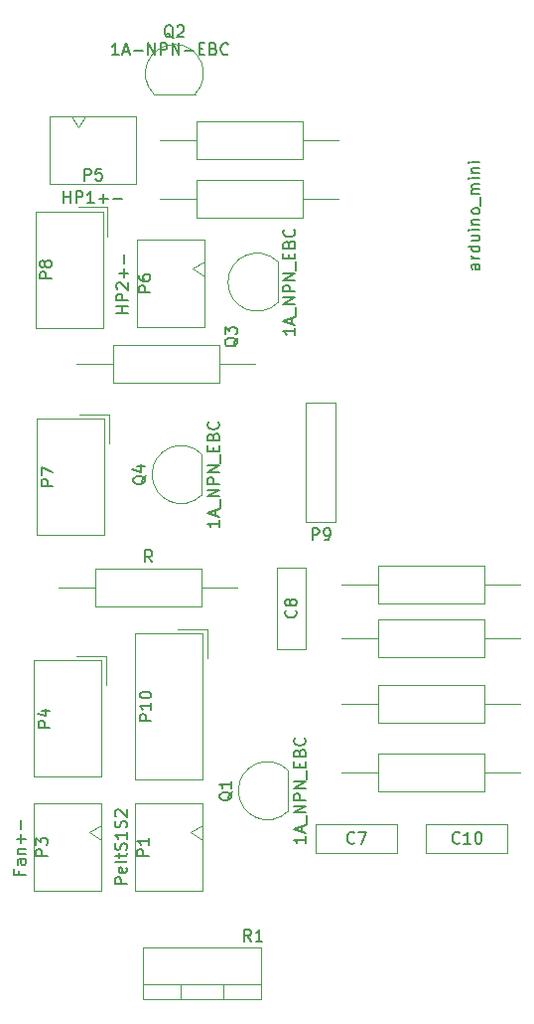
<source format=gbr>
%TF.GenerationSoftware,KiCad,Pcbnew,5.1.7-a382d34a8~88~ubuntu20.04.1*%
%TF.CreationDate,2020-11-25T22:11:35+00:00*%
%TF.ProjectId,flypi,666c7970-692e-46b6-9963-61645f706362,rev?*%
%TF.SameCoordinates,Original*%
%TF.FileFunction,Other,Fab,Top*%
%FSLAX46Y46*%
G04 Gerber Fmt 4.6, Leading zero omitted, Abs format (unit mm)*
G04 Created by KiCad (PCBNEW 5.1.7-a382d34a8~88~ubuntu20.04.1) date 2020-11-25 22:11:35*
%MOMM*%
%LPD*%
G01*
G04 APERTURE LIST*
%ADD10C,0.100000*%
%ADD11C,0.150000*%
G04 APERTURE END LIST*
D10*
%TO.C,Q2*%
X115800000Y-56750000D02*
X119300000Y-56750000D01*
X119293625Y-56753625D02*
G75*
G03*
X117540000Y-52520000I-1753625J1753625D01*
G01*
X115786375Y-56753625D02*
G75*
G02*
X117540000Y-52520000I1753625J1753625D01*
G01*
%TO.C,R1*%
X118038000Y-133818000D02*
X118038000Y-132548000D01*
X121738000Y-133818000D02*
X121738000Y-132548000D01*
X124888000Y-132548000D02*
X114888000Y-132548000D01*
X114888000Y-133818000D02*
X124888000Y-133818000D01*
X114888000Y-129418000D02*
X114888000Y-133818000D01*
X124888000Y-129418000D02*
X114888000Y-129418000D01*
X124888000Y-133818000D02*
X124888000Y-129418000D01*
%TO.C,Q3*%
X126337000Y-74511000D02*
X126337000Y-71011000D01*
X126340625Y-71017375D02*
G75*
G03*
X122107000Y-72771000I-1753625J-1753625D01*
G01*
X126340625Y-74524625D02*
G75*
G02*
X122107000Y-72771000I-1753625J1753625D01*
G01*
%TO.C,Q1*%
X127226000Y-117818000D02*
X127226000Y-114318000D01*
X127229625Y-114324375D02*
G75*
G03*
X122996000Y-116078000I-1753625J-1753625D01*
G01*
X127229625Y-117831625D02*
G75*
G02*
X122996000Y-116078000I-1753625J1753625D01*
G01*
%TO.C,Q4*%
X119860000Y-90894000D02*
X119860000Y-87394000D01*
X119863625Y-87400375D02*
G75*
G03*
X115630000Y-89154000I-1753625J-1753625D01*
G01*
X119863625Y-90907625D02*
G75*
G02*
X115630000Y-89154000I-1753625J1753625D01*
G01*
%TO.C,P9*%
X128778000Y-93218000D02*
X131318000Y-93218000D01*
X128778000Y-83058000D02*
X128778000Y-93218000D01*
X131318000Y-83058000D02*
X128778000Y-83058000D01*
X131318000Y-93218000D02*
X131318000Y-83058000D01*
%TO.C,R7*%
X147066000Y-98552000D02*
X143946000Y-98552000D01*
X131826000Y-98552000D02*
X134946000Y-98552000D01*
X143946000Y-96952000D02*
X134946000Y-96952000D01*
X143946000Y-100152000D02*
X143946000Y-96952000D01*
X134946000Y-100152000D02*
X143946000Y-100152000D01*
X134946000Y-96952000D02*
X134946000Y-100152000D01*
%TO.C,R8*%
X147066000Y-103124000D02*
X143946000Y-103124000D01*
X131826000Y-103124000D02*
X134946000Y-103124000D01*
X143946000Y-101524000D02*
X134946000Y-101524000D01*
X143946000Y-104724000D02*
X143946000Y-101524000D01*
X134946000Y-104724000D02*
X143946000Y-104724000D01*
X134946000Y-101524000D02*
X134946000Y-104724000D01*
%TO.C,R9*%
X147066000Y-108712000D02*
X143946000Y-108712000D01*
X131826000Y-108712000D02*
X134946000Y-108712000D01*
X143946000Y-107112000D02*
X134946000Y-107112000D01*
X143946000Y-110312000D02*
X143946000Y-107112000D01*
X134946000Y-110312000D02*
X143946000Y-110312000D01*
X134946000Y-107112000D02*
X134946000Y-110312000D01*
%TO.C,R3*%
X147066000Y-114554000D02*
X143946000Y-114554000D01*
X131826000Y-114554000D02*
X134946000Y-114554000D01*
X143946000Y-112954000D02*
X134946000Y-112954000D01*
X143946000Y-116154000D02*
X143946000Y-112954000D01*
X134946000Y-116154000D02*
X143946000Y-116154000D01*
X134946000Y-112954000D02*
X134946000Y-116154000D01*
%TO.C,R5*%
X124460000Y-79756000D02*
X121340000Y-79756000D01*
X109220000Y-79756000D02*
X112340000Y-79756000D01*
X121340000Y-78156000D02*
X112340000Y-78156000D01*
X121340000Y-81356000D02*
X121340000Y-78156000D01*
X112340000Y-81356000D02*
X121340000Y-81356000D01*
X112340000Y-78156000D02*
X112340000Y-81356000D01*
%TO.C,1k1*%
X107696000Y-98806000D02*
X110816000Y-98806000D01*
X122936000Y-98806000D02*
X119816000Y-98806000D01*
X110816000Y-100406000D02*
X119816000Y-100406000D01*
X110816000Y-97206000D02*
X110816000Y-100406000D01*
X119816000Y-97206000D02*
X110816000Y-97206000D01*
X119816000Y-100406000D02*
X119816000Y-97206000D01*
%TO.C,R4*%
X131572000Y-65659000D02*
X128452000Y-65659000D01*
X116332000Y-65659000D02*
X119452000Y-65659000D01*
X128452000Y-64059000D02*
X119452000Y-64059000D01*
X128452000Y-67259000D02*
X128452000Y-64059000D01*
X119452000Y-67259000D02*
X128452000Y-67259000D01*
X119452000Y-64059000D02*
X119452000Y-67259000D01*
%TO.C,R2*%
X131572000Y-60706000D02*
X128452000Y-60706000D01*
X116332000Y-60706000D02*
X119452000Y-60706000D01*
X128452000Y-59106000D02*
X119452000Y-59106000D01*
X128452000Y-62306000D02*
X128452000Y-59106000D01*
X119452000Y-62306000D02*
X128452000Y-62306000D01*
X119452000Y-59106000D02*
X119452000Y-62306000D01*
%TO.C,C7*%
X136556000Y-118892000D02*
X129556000Y-118892000D01*
X136556000Y-121392000D02*
X136556000Y-118892000D01*
X129556000Y-121392000D02*
X136556000Y-121392000D01*
X129556000Y-118892000D02*
X129556000Y-121392000D01*
%TO.C,C10*%
X145954000Y-118892000D02*
X138954000Y-118892000D01*
X145954000Y-121392000D02*
X145954000Y-118892000D01*
X138954000Y-121392000D02*
X145954000Y-121392000D01*
X138954000Y-118892000D02*
X138954000Y-121392000D01*
%TO.C,P4*%
X111716000Y-104592000D02*
X109216000Y-104592000D01*
X111716000Y-107092000D02*
X111716000Y-104592000D01*
X111316000Y-114892000D02*
X111316000Y-104992000D01*
X105566000Y-114892000D02*
X111316000Y-114892000D01*
X105566000Y-104992000D02*
X105566000Y-114892000D01*
X111316000Y-104992000D02*
X105566000Y-104992000D01*
%TO.C,C8*%
X128758000Y-104044000D02*
X128758000Y-97044000D01*
X126258000Y-104044000D02*
X128758000Y-104044000D01*
X126258000Y-97044000D02*
X126258000Y-104044000D01*
X128758000Y-97044000D02*
X126258000Y-97044000D01*
%TO.C,P10*%
X120352000Y-102306000D02*
X117852000Y-102306000D01*
X120352000Y-104806000D02*
X120352000Y-102306000D01*
X119952000Y-115106000D02*
X119952000Y-102706000D01*
X114202000Y-115106000D02*
X119952000Y-115106000D01*
X114202000Y-102706000D02*
X114202000Y-115106000D01*
X119952000Y-102706000D02*
X114202000Y-102706000D01*
%TO.C,P8*%
X111843000Y-66365000D02*
X109343000Y-66365000D01*
X111843000Y-68865000D02*
X111843000Y-66365000D01*
X111443000Y-76665000D02*
X111443000Y-66765000D01*
X105693000Y-76665000D02*
X111443000Y-76665000D01*
X105693000Y-66765000D02*
X105693000Y-76665000D01*
X111443000Y-66765000D02*
X105693000Y-66765000D01*
%TO.C,P7*%
X111970000Y-84018000D02*
X109470000Y-84018000D01*
X111970000Y-86518000D02*
X111970000Y-84018000D01*
X111570000Y-94318000D02*
X111570000Y-84418000D01*
X105820000Y-94318000D02*
X111570000Y-94318000D01*
X105820000Y-84418000D02*
X105820000Y-94318000D01*
X111570000Y-84418000D02*
X105820000Y-84418000D01*
%TO.C,P1*%
X118952000Y-119634000D02*
X119952000Y-120259000D01*
X119952000Y-119009000D02*
X118952000Y-119634000D01*
X119952000Y-124584000D02*
X119952000Y-117184000D01*
X114202000Y-124584000D02*
X119952000Y-124584000D01*
X114202000Y-117184000D02*
X114202000Y-124584000D01*
X119952000Y-117184000D02*
X114202000Y-117184000D01*
%TO.C,P3*%
X111316000Y-117184000D02*
X105566000Y-117184000D01*
X105566000Y-117184000D02*
X105566000Y-124584000D01*
X105566000Y-124584000D02*
X111316000Y-124584000D01*
X111316000Y-124584000D02*
X111316000Y-117184000D01*
X111316000Y-119009000D02*
X110316000Y-119634000D01*
X110316000Y-119634000D02*
X111316000Y-120259000D01*
%TO.C,P5*%
X106897000Y-58610000D02*
X106897000Y-64360000D01*
X106897000Y-64360000D02*
X114297000Y-64360000D01*
X114297000Y-64360000D02*
X114297000Y-58610000D01*
X114297000Y-58610000D02*
X106897000Y-58610000D01*
X108722000Y-58610000D02*
X109347000Y-59610000D01*
X109347000Y-59610000D02*
X109972000Y-58610000D01*
%TO.C,P6*%
X119079000Y-71628000D02*
X120079000Y-72253000D01*
X120079000Y-71003000D02*
X119079000Y-71628000D01*
X120079000Y-76578000D02*
X120079000Y-69178000D01*
X114329000Y-76578000D02*
X120079000Y-76578000D01*
X114329000Y-69178000D02*
X114329000Y-76578000D01*
X120079000Y-69178000D02*
X114329000Y-69178000D01*
%TD*%
%TO.C, *%
D11*
%TO.C,Q2*%
X112778047Y-53420380D02*
X112206619Y-53420380D01*
X112492333Y-53420380D02*
X112492333Y-52420380D01*
X112397095Y-52563238D01*
X112301857Y-52658476D01*
X112206619Y-52706095D01*
X113159000Y-53134666D02*
X113635190Y-53134666D01*
X113063761Y-53420380D02*
X113397095Y-52420380D01*
X113730428Y-53420380D01*
X114063761Y-53039428D02*
X114825666Y-53039428D01*
X115301857Y-53420380D02*
X115301857Y-52420380D01*
X115873285Y-53420380D01*
X115873285Y-52420380D01*
X116349476Y-53420380D02*
X116349476Y-52420380D01*
X116730428Y-52420380D01*
X116825666Y-52468000D01*
X116873285Y-52515619D01*
X116920904Y-52610857D01*
X116920904Y-52753714D01*
X116873285Y-52848952D01*
X116825666Y-52896571D01*
X116730428Y-52944190D01*
X116349476Y-52944190D01*
X117349476Y-53420380D02*
X117349476Y-52420380D01*
X117920904Y-53420380D01*
X117920904Y-52420380D01*
X118397095Y-53039428D02*
X119159000Y-53039428D01*
X119635190Y-52896571D02*
X119968523Y-52896571D01*
X120111380Y-53420380D02*
X119635190Y-53420380D01*
X119635190Y-52420380D01*
X120111380Y-52420380D01*
X120873285Y-52896571D02*
X121016142Y-52944190D01*
X121063761Y-52991809D01*
X121111380Y-53087047D01*
X121111380Y-53229904D01*
X121063761Y-53325142D01*
X121016142Y-53372761D01*
X120920904Y-53420380D01*
X120539952Y-53420380D01*
X120539952Y-52420380D01*
X120873285Y-52420380D01*
X120968523Y-52468000D01*
X121016142Y-52515619D01*
X121063761Y-52610857D01*
X121063761Y-52706095D01*
X121016142Y-52801333D01*
X120968523Y-52848952D01*
X120873285Y-52896571D01*
X120539952Y-52896571D01*
X122111380Y-53325142D02*
X122063761Y-53372761D01*
X121920904Y-53420380D01*
X121825666Y-53420380D01*
X121682809Y-53372761D01*
X121587571Y-53277523D01*
X121539952Y-53182285D01*
X121492333Y-52991809D01*
X121492333Y-52848952D01*
X121539952Y-52658476D01*
X121587571Y-52563238D01*
X121682809Y-52468000D01*
X121825666Y-52420380D01*
X121920904Y-52420380D01*
X122063761Y-52468000D01*
X122111380Y-52515619D01*
X117444761Y-51987619D02*
X117349523Y-51940000D01*
X117254285Y-51844761D01*
X117111428Y-51701904D01*
X117016190Y-51654285D01*
X116920952Y-51654285D01*
X116968571Y-51892380D02*
X116873333Y-51844761D01*
X116778095Y-51749523D01*
X116730476Y-51559047D01*
X116730476Y-51225714D01*
X116778095Y-51035238D01*
X116873333Y-50940000D01*
X116968571Y-50892380D01*
X117159047Y-50892380D01*
X117254285Y-50940000D01*
X117349523Y-51035238D01*
X117397142Y-51225714D01*
X117397142Y-51559047D01*
X117349523Y-51749523D01*
X117254285Y-51844761D01*
X117159047Y-51892380D01*
X116968571Y-51892380D01*
X117778095Y-50987619D02*
X117825714Y-50940000D01*
X117920952Y-50892380D01*
X118159047Y-50892380D01*
X118254285Y-50940000D01*
X118301904Y-50987619D01*
X118349523Y-51082857D01*
X118349523Y-51178095D01*
X118301904Y-51320952D01*
X117730476Y-51892380D01*
X118349523Y-51892380D01*
%TO.C,U5*%
X143580380Y-71221047D02*
X143056571Y-71221047D01*
X142961333Y-71268666D01*
X142913714Y-71363904D01*
X142913714Y-71554380D01*
X142961333Y-71649619D01*
X143532761Y-71221047D02*
X143580380Y-71316285D01*
X143580380Y-71554380D01*
X143532761Y-71649619D01*
X143437523Y-71697238D01*
X143342285Y-71697238D01*
X143247047Y-71649619D01*
X143199428Y-71554380D01*
X143199428Y-71316285D01*
X143151809Y-71221047D01*
X143580380Y-70744857D02*
X142913714Y-70744857D01*
X143104190Y-70744857D02*
X143008952Y-70697238D01*
X142961333Y-70649619D01*
X142913714Y-70554380D01*
X142913714Y-70459142D01*
X143580380Y-69697238D02*
X142580380Y-69697238D01*
X143532761Y-69697238D02*
X143580380Y-69792476D01*
X143580380Y-69982952D01*
X143532761Y-70078190D01*
X143485142Y-70125809D01*
X143389904Y-70173428D01*
X143104190Y-70173428D01*
X143008952Y-70125809D01*
X142961333Y-70078190D01*
X142913714Y-69982952D01*
X142913714Y-69792476D01*
X142961333Y-69697238D01*
X142913714Y-68792476D02*
X143580380Y-68792476D01*
X142913714Y-69221047D02*
X143437523Y-69221047D01*
X143532761Y-69173428D01*
X143580380Y-69078190D01*
X143580380Y-68935333D01*
X143532761Y-68840095D01*
X143485142Y-68792476D01*
X143580380Y-68316285D02*
X142913714Y-68316285D01*
X142580380Y-68316285D02*
X142628000Y-68363904D01*
X142675619Y-68316285D01*
X142628000Y-68268666D01*
X142580380Y-68316285D01*
X142675619Y-68316285D01*
X142913714Y-67840095D02*
X143580380Y-67840095D01*
X143008952Y-67840095D02*
X142961333Y-67792476D01*
X142913714Y-67697238D01*
X142913714Y-67554380D01*
X142961333Y-67459142D01*
X143056571Y-67411523D01*
X143580380Y-67411523D01*
X143580380Y-66792476D02*
X143532761Y-66887714D01*
X143485142Y-66935333D01*
X143389904Y-66982952D01*
X143104190Y-66982952D01*
X143008952Y-66935333D01*
X142961333Y-66887714D01*
X142913714Y-66792476D01*
X142913714Y-66649619D01*
X142961333Y-66554380D01*
X143008952Y-66506761D01*
X143104190Y-66459142D01*
X143389904Y-66459142D01*
X143485142Y-66506761D01*
X143532761Y-66554380D01*
X143580380Y-66649619D01*
X143580380Y-66792476D01*
X143675619Y-66268666D02*
X143675619Y-65506761D01*
X143580380Y-65268666D02*
X142913714Y-65268666D01*
X143008952Y-65268666D02*
X142961333Y-65221047D01*
X142913714Y-65125809D01*
X142913714Y-64982952D01*
X142961333Y-64887714D01*
X143056571Y-64840095D01*
X143580380Y-64840095D01*
X143056571Y-64840095D02*
X142961333Y-64792476D01*
X142913714Y-64697238D01*
X142913714Y-64554380D01*
X142961333Y-64459142D01*
X143056571Y-64411523D01*
X143580380Y-64411523D01*
X143580380Y-63935333D02*
X142913714Y-63935333D01*
X142580380Y-63935333D02*
X142628000Y-63982952D01*
X142675619Y-63935333D01*
X142628000Y-63887714D01*
X142580380Y-63935333D01*
X142675619Y-63935333D01*
X142913714Y-63459142D02*
X143580380Y-63459142D01*
X143008952Y-63459142D02*
X142961333Y-63411523D01*
X142913714Y-63316285D01*
X142913714Y-63173428D01*
X142961333Y-63078190D01*
X143056571Y-63030571D01*
X143580380Y-63030571D01*
X143580380Y-62554380D02*
X142913714Y-62554380D01*
X142580380Y-62554380D02*
X142628000Y-62602000D01*
X142675619Y-62554380D01*
X142628000Y-62506761D01*
X142580380Y-62554380D01*
X142675619Y-62554380D01*
%TO.C,R1*%
X124083333Y-128902380D02*
X123750000Y-128426190D01*
X123511904Y-128902380D02*
X123511904Y-127902380D01*
X123892857Y-127902380D01*
X123988095Y-127950000D01*
X124035714Y-127997619D01*
X124083333Y-128092857D01*
X124083333Y-128235714D01*
X124035714Y-128330952D01*
X123988095Y-128378571D01*
X123892857Y-128426190D01*
X123511904Y-128426190D01*
X125035714Y-128902380D02*
X124464285Y-128902380D01*
X124750000Y-128902380D02*
X124750000Y-127902380D01*
X124654761Y-128045238D01*
X124559523Y-128140476D01*
X124464285Y-128188095D01*
%TO.C,Q3*%
X127829380Y-76675761D02*
X127829380Y-77247190D01*
X127829380Y-76961476D02*
X126829380Y-76961476D01*
X126972238Y-77056714D01*
X127067476Y-77151952D01*
X127115095Y-77247190D01*
X127543666Y-76294809D02*
X127543666Y-75818619D01*
X127829380Y-76390047D02*
X126829380Y-76056714D01*
X127829380Y-75723380D01*
X127924619Y-75628142D02*
X127924619Y-74866238D01*
X127829380Y-74628142D02*
X126829380Y-74628142D01*
X127829380Y-74056714D01*
X126829380Y-74056714D01*
X127829380Y-73580523D02*
X126829380Y-73580523D01*
X126829380Y-73199571D01*
X126877000Y-73104333D01*
X126924619Y-73056714D01*
X127019857Y-73009095D01*
X127162714Y-73009095D01*
X127257952Y-73056714D01*
X127305571Y-73104333D01*
X127353190Y-73199571D01*
X127353190Y-73580523D01*
X127829380Y-72580523D02*
X126829380Y-72580523D01*
X127829380Y-72009095D01*
X126829380Y-72009095D01*
X127924619Y-71771000D02*
X127924619Y-71009095D01*
X127305571Y-70771000D02*
X127305571Y-70437666D01*
X127829380Y-70294809D02*
X127829380Y-70771000D01*
X126829380Y-70771000D01*
X126829380Y-70294809D01*
X127305571Y-69532904D02*
X127353190Y-69390047D01*
X127400809Y-69342428D01*
X127496047Y-69294809D01*
X127638904Y-69294809D01*
X127734142Y-69342428D01*
X127781761Y-69390047D01*
X127829380Y-69485285D01*
X127829380Y-69866238D01*
X126829380Y-69866238D01*
X126829380Y-69532904D01*
X126877000Y-69437666D01*
X126924619Y-69390047D01*
X127019857Y-69342428D01*
X127115095Y-69342428D01*
X127210333Y-69390047D01*
X127257952Y-69437666D01*
X127305571Y-69532904D01*
X127305571Y-69866238D01*
X127734142Y-68294809D02*
X127781761Y-68342428D01*
X127829380Y-68485285D01*
X127829380Y-68580523D01*
X127781761Y-68723380D01*
X127686523Y-68818619D01*
X127591285Y-68866238D01*
X127400809Y-68913857D01*
X127257952Y-68913857D01*
X127067476Y-68866238D01*
X126972238Y-68818619D01*
X126877000Y-68723380D01*
X126829380Y-68580523D01*
X126829380Y-68485285D01*
X126877000Y-68342428D01*
X126924619Y-68294809D01*
X122947619Y-77495238D02*
X122900000Y-77590476D01*
X122804761Y-77685714D01*
X122661904Y-77828571D01*
X122614285Y-77923809D01*
X122614285Y-78019047D01*
X122852380Y-77971428D02*
X122804761Y-78066666D01*
X122709523Y-78161904D01*
X122519047Y-78209523D01*
X122185714Y-78209523D01*
X121995238Y-78161904D01*
X121900000Y-78066666D01*
X121852380Y-77971428D01*
X121852380Y-77780952D01*
X121900000Y-77685714D01*
X121995238Y-77590476D01*
X122185714Y-77542857D01*
X122519047Y-77542857D01*
X122709523Y-77590476D01*
X122804761Y-77685714D01*
X122852380Y-77780952D01*
X122852380Y-77971428D01*
X121852380Y-77209523D02*
X121852380Y-76590476D01*
X122233333Y-76923809D01*
X122233333Y-76780952D01*
X122280952Y-76685714D01*
X122328571Y-76638095D01*
X122423809Y-76590476D01*
X122661904Y-76590476D01*
X122757142Y-76638095D01*
X122804761Y-76685714D01*
X122852380Y-76780952D01*
X122852380Y-77066666D01*
X122804761Y-77161904D01*
X122757142Y-77209523D01*
%TO.C,Q1*%
X128718380Y-119982761D02*
X128718380Y-120554190D01*
X128718380Y-120268476D02*
X127718380Y-120268476D01*
X127861238Y-120363714D01*
X127956476Y-120458952D01*
X128004095Y-120554190D01*
X128432666Y-119601809D02*
X128432666Y-119125619D01*
X128718380Y-119697047D02*
X127718380Y-119363714D01*
X128718380Y-119030380D01*
X128813619Y-118935142D02*
X128813619Y-118173238D01*
X128718380Y-117935142D02*
X127718380Y-117935142D01*
X128718380Y-117363714D01*
X127718380Y-117363714D01*
X128718380Y-116887523D02*
X127718380Y-116887523D01*
X127718380Y-116506571D01*
X127766000Y-116411333D01*
X127813619Y-116363714D01*
X127908857Y-116316095D01*
X128051714Y-116316095D01*
X128146952Y-116363714D01*
X128194571Y-116411333D01*
X128242190Y-116506571D01*
X128242190Y-116887523D01*
X128718380Y-115887523D02*
X127718380Y-115887523D01*
X128718380Y-115316095D01*
X127718380Y-115316095D01*
X128813619Y-115078000D02*
X128813619Y-114316095D01*
X128194571Y-114078000D02*
X128194571Y-113744666D01*
X128718380Y-113601809D02*
X128718380Y-114078000D01*
X127718380Y-114078000D01*
X127718380Y-113601809D01*
X128194571Y-112839904D02*
X128242190Y-112697047D01*
X128289809Y-112649428D01*
X128385047Y-112601809D01*
X128527904Y-112601809D01*
X128623142Y-112649428D01*
X128670761Y-112697047D01*
X128718380Y-112792285D01*
X128718380Y-113173238D01*
X127718380Y-113173238D01*
X127718380Y-112839904D01*
X127766000Y-112744666D01*
X127813619Y-112697047D01*
X127908857Y-112649428D01*
X128004095Y-112649428D01*
X128099333Y-112697047D01*
X128146952Y-112744666D01*
X128194571Y-112839904D01*
X128194571Y-113173238D01*
X128623142Y-111601809D02*
X128670761Y-111649428D01*
X128718380Y-111792285D01*
X128718380Y-111887523D01*
X128670761Y-112030380D01*
X128575523Y-112125619D01*
X128480285Y-112173238D01*
X128289809Y-112220857D01*
X128146952Y-112220857D01*
X127956476Y-112173238D01*
X127861238Y-112125619D01*
X127766000Y-112030380D01*
X127718380Y-111887523D01*
X127718380Y-111792285D01*
X127766000Y-111649428D01*
X127813619Y-111601809D01*
X122463619Y-116173238D02*
X122416000Y-116268476D01*
X122320761Y-116363714D01*
X122177904Y-116506571D01*
X122130285Y-116601809D01*
X122130285Y-116697047D01*
X122368380Y-116649428D02*
X122320761Y-116744666D01*
X122225523Y-116839904D01*
X122035047Y-116887523D01*
X121701714Y-116887523D01*
X121511238Y-116839904D01*
X121416000Y-116744666D01*
X121368380Y-116649428D01*
X121368380Y-116458952D01*
X121416000Y-116363714D01*
X121511238Y-116268476D01*
X121701714Y-116220857D01*
X122035047Y-116220857D01*
X122225523Y-116268476D01*
X122320761Y-116363714D01*
X122368380Y-116458952D01*
X122368380Y-116649428D01*
X122368380Y-115268476D02*
X122368380Y-115839904D01*
X122368380Y-115554190D02*
X121368380Y-115554190D01*
X121511238Y-115649428D01*
X121606476Y-115744666D01*
X121654095Y-115839904D01*
%TO.C,Q4*%
X121352380Y-93058761D02*
X121352380Y-93630190D01*
X121352380Y-93344476D02*
X120352380Y-93344476D01*
X120495238Y-93439714D01*
X120590476Y-93534952D01*
X120638095Y-93630190D01*
X121066666Y-92677809D02*
X121066666Y-92201619D01*
X121352380Y-92773047D02*
X120352380Y-92439714D01*
X121352380Y-92106380D01*
X121447619Y-92011142D02*
X121447619Y-91249238D01*
X121352380Y-91011142D02*
X120352380Y-91011142D01*
X121352380Y-90439714D01*
X120352380Y-90439714D01*
X121352380Y-89963523D02*
X120352380Y-89963523D01*
X120352380Y-89582571D01*
X120400000Y-89487333D01*
X120447619Y-89439714D01*
X120542857Y-89392095D01*
X120685714Y-89392095D01*
X120780952Y-89439714D01*
X120828571Y-89487333D01*
X120876190Y-89582571D01*
X120876190Y-89963523D01*
X121352380Y-88963523D02*
X120352380Y-88963523D01*
X121352380Y-88392095D01*
X120352380Y-88392095D01*
X121447619Y-88154000D02*
X121447619Y-87392095D01*
X120828571Y-87154000D02*
X120828571Y-86820666D01*
X121352380Y-86677809D02*
X121352380Y-87154000D01*
X120352380Y-87154000D01*
X120352380Y-86677809D01*
X120828571Y-85915904D02*
X120876190Y-85773047D01*
X120923809Y-85725428D01*
X121019047Y-85677809D01*
X121161904Y-85677809D01*
X121257142Y-85725428D01*
X121304761Y-85773047D01*
X121352380Y-85868285D01*
X121352380Y-86249238D01*
X120352380Y-86249238D01*
X120352380Y-85915904D01*
X120400000Y-85820666D01*
X120447619Y-85773047D01*
X120542857Y-85725428D01*
X120638095Y-85725428D01*
X120733333Y-85773047D01*
X120780952Y-85820666D01*
X120828571Y-85915904D01*
X120828571Y-86249238D01*
X121257142Y-84677809D02*
X121304761Y-84725428D01*
X121352380Y-84868285D01*
X121352380Y-84963523D01*
X121304761Y-85106380D01*
X121209523Y-85201619D01*
X121114285Y-85249238D01*
X120923809Y-85296857D01*
X120780952Y-85296857D01*
X120590476Y-85249238D01*
X120495238Y-85201619D01*
X120400000Y-85106380D01*
X120352380Y-84963523D01*
X120352380Y-84868285D01*
X120400000Y-84725428D01*
X120447619Y-84677809D01*
X115097619Y-89249238D02*
X115050000Y-89344476D01*
X114954761Y-89439714D01*
X114811904Y-89582571D01*
X114764285Y-89677809D01*
X114764285Y-89773047D01*
X115002380Y-89725428D02*
X114954761Y-89820666D01*
X114859523Y-89915904D01*
X114669047Y-89963523D01*
X114335714Y-89963523D01*
X114145238Y-89915904D01*
X114050000Y-89820666D01*
X114002380Y-89725428D01*
X114002380Y-89534952D01*
X114050000Y-89439714D01*
X114145238Y-89344476D01*
X114335714Y-89296857D01*
X114669047Y-89296857D01*
X114859523Y-89344476D01*
X114954761Y-89439714D01*
X115002380Y-89534952D01*
X115002380Y-89725428D01*
X114335714Y-88439714D02*
X115002380Y-88439714D01*
X113954761Y-88677809D02*
X114669047Y-88915904D01*
X114669047Y-88296857D01*
%TO.C,P9*%
X129309904Y-94730380D02*
X129309904Y-93730380D01*
X129690857Y-93730380D01*
X129786095Y-93778000D01*
X129833714Y-93825619D01*
X129881333Y-93920857D01*
X129881333Y-94063714D01*
X129833714Y-94158952D01*
X129786095Y-94206571D01*
X129690857Y-94254190D01*
X129309904Y-94254190D01*
X130357523Y-94730380D02*
X130548000Y-94730380D01*
X130643238Y-94682761D01*
X130690857Y-94635142D01*
X130786095Y-94492285D01*
X130833714Y-94301809D01*
X130833714Y-93920857D01*
X130786095Y-93825619D01*
X130738476Y-93778000D01*
X130643238Y-93730380D01*
X130452761Y-93730380D01*
X130357523Y-93778000D01*
X130309904Y-93825619D01*
X130262285Y-93920857D01*
X130262285Y-94158952D01*
X130309904Y-94254190D01*
X130357523Y-94301809D01*
X130452761Y-94349428D01*
X130643238Y-94349428D01*
X130738476Y-94301809D01*
X130786095Y-94254190D01*
X130833714Y-94158952D01*
%TO.C,1k1*%
X115625523Y-96598380D02*
X115292190Y-96122190D01*
X115054095Y-96598380D02*
X115054095Y-95598380D01*
X115435047Y-95598380D01*
X115530285Y-95646000D01*
X115577904Y-95693619D01*
X115625523Y-95788857D01*
X115625523Y-95931714D01*
X115577904Y-96026952D01*
X115530285Y-96074571D01*
X115435047Y-96122190D01*
X115054095Y-96122190D01*
%TO.C,*%
%TO.C,C7*%
X132889333Y-120499142D02*
X132841714Y-120546761D01*
X132698857Y-120594380D01*
X132603619Y-120594380D01*
X132460761Y-120546761D01*
X132365523Y-120451523D01*
X132317904Y-120356285D01*
X132270285Y-120165809D01*
X132270285Y-120022952D01*
X132317904Y-119832476D01*
X132365523Y-119737238D01*
X132460761Y-119642000D01*
X132603619Y-119594380D01*
X132698857Y-119594380D01*
X132841714Y-119642000D01*
X132889333Y-119689619D01*
X133222666Y-119594380D02*
X133889333Y-119594380D01*
X133460761Y-120594380D01*
%TO.C,C10*%
X141851142Y-120499142D02*
X141803523Y-120546761D01*
X141660666Y-120594380D01*
X141565428Y-120594380D01*
X141422571Y-120546761D01*
X141327333Y-120451523D01*
X141279714Y-120356285D01*
X141232095Y-120165809D01*
X141232095Y-120022952D01*
X141279714Y-119832476D01*
X141327333Y-119737238D01*
X141422571Y-119642000D01*
X141565428Y-119594380D01*
X141660666Y-119594380D01*
X141803523Y-119642000D01*
X141851142Y-119689619D01*
X142803523Y-120594380D02*
X142232095Y-120594380D01*
X142517809Y-120594380D02*
X142517809Y-119594380D01*
X142422571Y-119737238D01*
X142327333Y-119832476D01*
X142232095Y-119880095D01*
X143422571Y-119594380D02*
X143517809Y-119594380D01*
X143613047Y-119642000D01*
X143660666Y-119689619D01*
X143708285Y-119784857D01*
X143755904Y-119975333D01*
X143755904Y-120213428D01*
X143708285Y-120403904D01*
X143660666Y-120499142D01*
X143613047Y-120546761D01*
X143517809Y-120594380D01*
X143422571Y-120594380D01*
X143327333Y-120546761D01*
X143279714Y-120499142D01*
X143232095Y-120403904D01*
X143184476Y-120213428D01*
X143184476Y-119975333D01*
X143232095Y-119784857D01*
X143279714Y-119689619D01*
X143327333Y-119642000D01*
X143422571Y-119594380D01*
%TO.C,P4*%
X106918380Y-110680095D02*
X105918380Y-110680095D01*
X105918380Y-110299142D01*
X105966000Y-110203904D01*
X106013619Y-110156285D01*
X106108857Y-110108666D01*
X106251714Y-110108666D01*
X106346952Y-110156285D01*
X106394571Y-110203904D01*
X106442190Y-110299142D01*
X106442190Y-110680095D01*
X106251714Y-109251523D02*
X106918380Y-109251523D01*
X105870761Y-109489619D02*
X106585047Y-109727714D01*
X106585047Y-109108666D01*
%TO.C,C8*%
X127865142Y-100710666D02*
X127912761Y-100758285D01*
X127960380Y-100901142D01*
X127960380Y-100996380D01*
X127912761Y-101139238D01*
X127817523Y-101234476D01*
X127722285Y-101282095D01*
X127531809Y-101329714D01*
X127388952Y-101329714D01*
X127198476Y-101282095D01*
X127103238Y-101234476D01*
X127008000Y-101139238D01*
X126960380Y-100996380D01*
X126960380Y-100901142D01*
X127008000Y-100758285D01*
X127055619Y-100710666D01*
X127388952Y-100139238D02*
X127341333Y-100234476D01*
X127293714Y-100282095D01*
X127198476Y-100329714D01*
X127150857Y-100329714D01*
X127055619Y-100282095D01*
X127008000Y-100234476D01*
X126960380Y-100139238D01*
X126960380Y-99948761D01*
X127008000Y-99853523D01*
X127055619Y-99805904D01*
X127150857Y-99758285D01*
X127198476Y-99758285D01*
X127293714Y-99805904D01*
X127341333Y-99853523D01*
X127388952Y-99948761D01*
X127388952Y-100139238D01*
X127436571Y-100234476D01*
X127484190Y-100282095D01*
X127579428Y-100329714D01*
X127769904Y-100329714D01*
X127865142Y-100282095D01*
X127912761Y-100234476D01*
X127960380Y-100139238D01*
X127960380Y-99948761D01*
X127912761Y-99853523D01*
X127865142Y-99805904D01*
X127769904Y-99758285D01*
X127579428Y-99758285D01*
X127484190Y-99805904D01*
X127436571Y-99853523D01*
X127388952Y-99948761D01*
%TO.C,P10*%
X115554380Y-110120285D02*
X114554380Y-110120285D01*
X114554380Y-109739333D01*
X114602000Y-109644095D01*
X114649619Y-109596476D01*
X114744857Y-109548857D01*
X114887714Y-109548857D01*
X114982952Y-109596476D01*
X115030571Y-109644095D01*
X115078190Y-109739333D01*
X115078190Y-110120285D01*
X115554380Y-108596476D02*
X115554380Y-109167904D01*
X115554380Y-108882190D02*
X114554380Y-108882190D01*
X114697238Y-108977428D01*
X114792476Y-109072666D01*
X114840095Y-109167904D01*
X114554380Y-107977428D02*
X114554380Y-107882190D01*
X114602000Y-107786952D01*
X114649619Y-107739333D01*
X114744857Y-107691714D01*
X114935333Y-107644095D01*
X115173428Y-107644095D01*
X115363904Y-107691714D01*
X115459142Y-107739333D01*
X115506761Y-107786952D01*
X115554380Y-107882190D01*
X115554380Y-107977428D01*
X115506761Y-108072666D01*
X115459142Y-108120285D01*
X115363904Y-108167904D01*
X115173428Y-108215523D01*
X114935333Y-108215523D01*
X114744857Y-108167904D01*
X114649619Y-108120285D01*
X114602000Y-108072666D01*
X114554380Y-107977428D01*
%TO.C,P8*%
X107045380Y-72453095D02*
X106045380Y-72453095D01*
X106045380Y-72072142D01*
X106093000Y-71976904D01*
X106140619Y-71929285D01*
X106235857Y-71881666D01*
X106378714Y-71881666D01*
X106473952Y-71929285D01*
X106521571Y-71976904D01*
X106569190Y-72072142D01*
X106569190Y-72453095D01*
X106473952Y-71310238D02*
X106426333Y-71405476D01*
X106378714Y-71453095D01*
X106283476Y-71500714D01*
X106235857Y-71500714D01*
X106140619Y-71453095D01*
X106093000Y-71405476D01*
X106045380Y-71310238D01*
X106045380Y-71119761D01*
X106093000Y-71024523D01*
X106140619Y-70976904D01*
X106235857Y-70929285D01*
X106283476Y-70929285D01*
X106378714Y-70976904D01*
X106426333Y-71024523D01*
X106473952Y-71119761D01*
X106473952Y-71310238D01*
X106521571Y-71405476D01*
X106569190Y-71453095D01*
X106664428Y-71500714D01*
X106854904Y-71500714D01*
X106950142Y-71453095D01*
X106997761Y-71405476D01*
X107045380Y-71310238D01*
X107045380Y-71119761D01*
X106997761Y-71024523D01*
X106950142Y-70976904D01*
X106854904Y-70929285D01*
X106664428Y-70929285D01*
X106569190Y-70976904D01*
X106521571Y-71024523D01*
X106473952Y-71119761D01*
%TO.C,P7*%
X107172380Y-90106095D02*
X106172380Y-90106095D01*
X106172380Y-89725142D01*
X106220000Y-89629904D01*
X106267619Y-89582285D01*
X106362857Y-89534666D01*
X106505714Y-89534666D01*
X106600952Y-89582285D01*
X106648571Y-89629904D01*
X106696190Y-89725142D01*
X106696190Y-90106095D01*
X106172380Y-89201333D02*
X106172380Y-88534666D01*
X107172380Y-88963238D01*
%TO.C,*%
%TO.C,P1*%
X113454380Y-124026857D02*
X112454380Y-124026857D01*
X112454380Y-123645904D01*
X112502000Y-123550666D01*
X112549619Y-123503047D01*
X112644857Y-123455428D01*
X112787714Y-123455428D01*
X112882952Y-123503047D01*
X112930571Y-123550666D01*
X112978190Y-123645904D01*
X112978190Y-124026857D01*
X113406761Y-122645904D02*
X113454380Y-122741142D01*
X113454380Y-122931619D01*
X113406761Y-123026857D01*
X113311523Y-123074476D01*
X112930571Y-123074476D01*
X112835333Y-123026857D01*
X112787714Y-122931619D01*
X112787714Y-122741142D01*
X112835333Y-122645904D01*
X112930571Y-122598285D01*
X113025809Y-122598285D01*
X113121047Y-123074476D01*
X113454380Y-122026857D02*
X113406761Y-122122095D01*
X113311523Y-122169714D01*
X112454380Y-122169714D01*
X112787714Y-121788761D02*
X112787714Y-121407809D01*
X112454380Y-121645904D02*
X113311523Y-121645904D01*
X113406761Y-121598285D01*
X113454380Y-121503047D01*
X113454380Y-121407809D01*
X113406761Y-121122095D02*
X113454380Y-120979238D01*
X113454380Y-120741142D01*
X113406761Y-120645904D01*
X113359142Y-120598285D01*
X113263904Y-120550666D01*
X113168666Y-120550666D01*
X113073428Y-120598285D01*
X113025809Y-120645904D01*
X112978190Y-120741142D01*
X112930571Y-120931619D01*
X112882952Y-121026857D01*
X112835333Y-121074476D01*
X112740095Y-121122095D01*
X112644857Y-121122095D01*
X112549619Y-121074476D01*
X112502000Y-121026857D01*
X112454380Y-120931619D01*
X112454380Y-120693523D01*
X112502000Y-120550666D01*
X113454380Y-119598285D02*
X113454380Y-120169714D01*
X113454380Y-119884000D02*
X112454380Y-119884000D01*
X112597238Y-119979238D01*
X112692476Y-120074476D01*
X112740095Y-120169714D01*
X113406761Y-119217333D02*
X113454380Y-119074476D01*
X113454380Y-118836380D01*
X113406761Y-118741142D01*
X113359142Y-118693523D01*
X113263904Y-118645904D01*
X113168666Y-118645904D01*
X113073428Y-118693523D01*
X113025809Y-118741142D01*
X112978190Y-118836380D01*
X112930571Y-119026857D01*
X112882952Y-119122095D01*
X112835333Y-119169714D01*
X112740095Y-119217333D01*
X112644857Y-119217333D01*
X112549619Y-119169714D01*
X112502000Y-119122095D01*
X112454380Y-119026857D01*
X112454380Y-118788761D01*
X112502000Y-118645904D01*
X112549619Y-118264952D02*
X112502000Y-118217333D01*
X112454380Y-118122095D01*
X112454380Y-117884000D01*
X112502000Y-117788761D01*
X112549619Y-117741142D01*
X112644857Y-117693523D01*
X112740095Y-117693523D01*
X112882952Y-117741142D01*
X113454380Y-118312571D01*
X113454380Y-117693523D01*
X115354380Y-121622095D02*
X114354380Y-121622095D01*
X114354380Y-121241142D01*
X114402000Y-121145904D01*
X114449619Y-121098285D01*
X114544857Y-121050666D01*
X114687714Y-121050666D01*
X114782952Y-121098285D01*
X114830571Y-121145904D01*
X114878190Y-121241142D01*
X114878190Y-121622095D01*
X115354380Y-120098285D02*
X115354380Y-120669714D01*
X115354380Y-120384000D02*
X114354380Y-120384000D01*
X114497238Y-120479238D01*
X114592476Y-120574476D01*
X114640095Y-120669714D01*
%TO.C,P3*%
X104294571Y-122884000D02*
X104294571Y-123217333D01*
X104818380Y-123217333D02*
X103818380Y-123217333D01*
X103818380Y-122741142D01*
X104818380Y-121931619D02*
X104294571Y-121931619D01*
X104199333Y-121979238D01*
X104151714Y-122074476D01*
X104151714Y-122264952D01*
X104199333Y-122360190D01*
X104770761Y-121931619D02*
X104818380Y-122026857D01*
X104818380Y-122264952D01*
X104770761Y-122360190D01*
X104675523Y-122407809D01*
X104580285Y-122407809D01*
X104485047Y-122360190D01*
X104437428Y-122264952D01*
X104437428Y-122026857D01*
X104389809Y-121931619D01*
X104151714Y-121455428D02*
X104818380Y-121455428D01*
X104246952Y-121455428D02*
X104199333Y-121407809D01*
X104151714Y-121312571D01*
X104151714Y-121169714D01*
X104199333Y-121074476D01*
X104294571Y-121026857D01*
X104818380Y-121026857D01*
X104437428Y-120550666D02*
X104437428Y-119788761D01*
X104818380Y-120169714D02*
X104056476Y-120169714D01*
X104437428Y-119312571D02*
X104437428Y-118550666D01*
X106718380Y-121622095D02*
X105718380Y-121622095D01*
X105718380Y-121241142D01*
X105766000Y-121145904D01*
X105813619Y-121098285D01*
X105908857Y-121050666D01*
X106051714Y-121050666D01*
X106146952Y-121098285D01*
X106194571Y-121145904D01*
X106242190Y-121241142D01*
X106242190Y-121622095D01*
X105718380Y-120717333D02*
X105718380Y-120098285D01*
X106099333Y-120431619D01*
X106099333Y-120288761D01*
X106146952Y-120193523D01*
X106194571Y-120145904D01*
X106289809Y-120098285D01*
X106527904Y-120098285D01*
X106623142Y-120145904D01*
X106670761Y-120193523D01*
X106718380Y-120288761D01*
X106718380Y-120574476D01*
X106670761Y-120669714D01*
X106623142Y-120717333D01*
%TO.C,P5*%
X108097000Y-66012380D02*
X108097000Y-65012380D01*
X108097000Y-65488571D02*
X108668428Y-65488571D01*
X108668428Y-66012380D02*
X108668428Y-65012380D01*
X109144619Y-66012380D02*
X109144619Y-65012380D01*
X109525571Y-65012380D01*
X109620809Y-65060000D01*
X109668428Y-65107619D01*
X109716047Y-65202857D01*
X109716047Y-65345714D01*
X109668428Y-65440952D01*
X109620809Y-65488571D01*
X109525571Y-65536190D01*
X109144619Y-65536190D01*
X110668428Y-66012380D02*
X110097000Y-66012380D01*
X110382714Y-66012380D02*
X110382714Y-65012380D01*
X110287476Y-65155238D01*
X110192238Y-65250476D01*
X110097000Y-65298095D01*
X111097000Y-65631428D02*
X111858904Y-65631428D01*
X111477952Y-66012380D02*
X111477952Y-65250476D01*
X112335095Y-65631428D02*
X113097000Y-65631428D01*
X109858904Y-64112380D02*
X109858904Y-63112380D01*
X110239857Y-63112380D01*
X110335095Y-63160000D01*
X110382714Y-63207619D01*
X110430333Y-63302857D01*
X110430333Y-63445714D01*
X110382714Y-63540952D01*
X110335095Y-63588571D01*
X110239857Y-63636190D01*
X109858904Y-63636190D01*
X111335095Y-63112380D02*
X110858904Y-63112380D01*
X110811285Y-63588571D01*
X110858904Y-63540952D01*
X110954142Y-63493333D01*
X111192238Y-63493333D01*
X111287476Y-63540952D01*
X111335095Y-63588571D01*
X111382714Y-63683809D01*
X111382714Y-63921904D01*
X111335095Y-64017142D01*
X111287476Y-64064761D01*
X111192238Y-64112380D01*
X110954142Y-64112380D01*
X110858904Y-64064761D01*
X110811285Y-64017142D01*
%TO.C,P6*%
X113581380Y-75378000D02*
X112581380Y-75378000D01*
X113057571Y-75378000D02*
X113057571Y-74806571D01*
X113581380Y-74806571D02*
X112581380Y-74806571D01*
X113581380Y-74330380D02*
X112581380Y-74330380D01*
X112581380Y-73949428D01*
X112629000Y-73854190D01*
X112676619Y-73806571D01*
X112771857Y-73758952D01*
X112914714Y-73758952D01*
X113009952Y-73806571D01*
X113057571Y-73854190D01*
X113105190Y-73949428D01*
X113105190Y-74330380D01*
X112676619Y-73378000D02*
X112629000Y-73330380D01*
X112581380Y-73235142D01*
X112581380Y-72997047D01*
X112629000Y-72901809D01*
X112676619Y-72854190D01*
X112771857Y-72806571D01*
X112867095Y-72806571D01*
X113009952Y-72854190D01*
X113581380Y-73425619D01*
X113581380Y-72806571D01*
X113200428Y-72378000D02*
X113200428Y-71616095D01*
X113581380Y-71997047D02*
X112819476Y-71997047D01*
X113200428Y-71139904D02*
X113200428Y-70378000D01*
X115481380Y-73616095D02*
X114481380Y-73616095D01*
X114481380Y-73235142D01*
X114529000Y-73139904D01*
X114576619Y-73092285D01*
X114671857Y-73044666D01*
X114814714Y-73044666D01*
X114909952Y-73092285D01*
X114957571Y-73139904D01*
X115005190Y-73235142D01*
X115005190Y-73616095D01*
X114481380Y-72187523D02*
X114481380Y-72378000D01*
X114529000Y-72473238D01*
X114576619Y-72520857D01*
X114719476Y-72616095D01*
X114909952Y-72663714D01*
X115290904Y-72663714D01*
X115386142Y-72616095D01*
X115433761Y-72568476D01*
X115481380Y-72473238D01*
X115481380Y-72282761D01*
X115433761Y-72187523D01*
X115386142Y-72139904D01*
X115290904Y-72092285D01*
X115052809Y-72092285D01*
X114957571Y-72139904D01*
X114909952Y-72187523D01*
X114862333Y-72282761D01*
X114862333Y-72473238D01*
X114909952Y-72568476D01*
X114957571Y-72616095D01*
X115052809Y-72663714D01*
%TD*%
M02*

</source>
